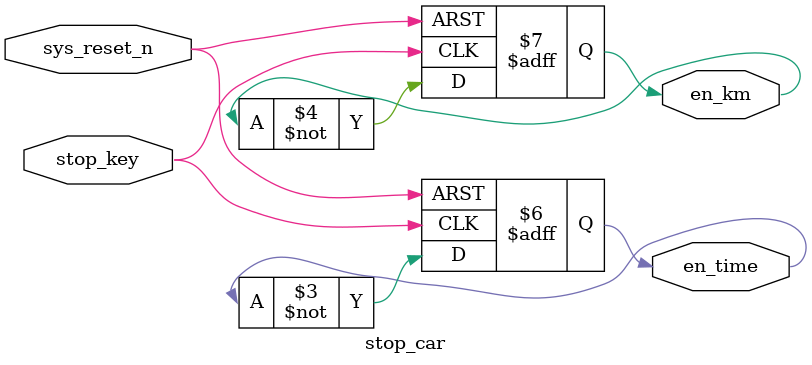
<source format=v>
module stop_car(
	input  stop_key,
	input  sys_reset_n,
	
	output reg  en_time,
	output reg 	en_km
);

initial
	begin
		en_time<=1'b0;
		en_km<=1'b1;
	end

always @(posedge stop_key or negedge sys_reset_n)
	begin
		if(!sys_reset_n)
			begin
				en_time<=1'b0;
				en_km<=1'b1;
			end
		else
			begin
				en_time<=~en_time;
				en_km<=~en_km;
			end
	end
endmodule

</source>
